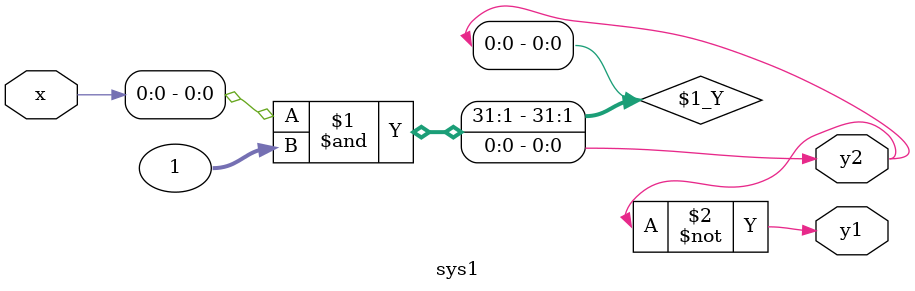
<source format=v>
`timescale 1ns / 1ps
/*
module sys1(x,y,z); 
    input [7:0] x;
    output [7:0] y,z;
    wire [7:0] yd,zd;
    assign yd=x/10;
    assign y=yd*10;
    assign zd=x*10;
    assign z=zd/10;
endmodule
*/





/*
// overflow_operations
module sys1(in1,in2,out1,out2,out3);
    input [15:0] in1,in2;
    output [15:0] out1,out2,out3;
    assign out1=in1+in2;
    assign out2=in1-in2;
    assign out3=in2-in1;
endmodule
*/


/*
module sys1(num1,num2,out); // concatenation
    input [7:0] num1;
    input [7:0] num2;
    output [5:0] out;
    wire [3:0] t1;
    wire [3:0] t2;
    wire [7:0] t3;
    wire [1:0] t4;
    wire [1:0] t5;
    parameter case1 = 2'b10;
    
    assign t1=num1[7:4];
    assign t2=num2[3:0];
    assign t3={t1,t2};
    assign t4=t3[5:4];
    assign t5=t4 & case1;
    assign out={3{t5}};
    
endmodule
*/








// Odd_Even_Number
module sys1(x,y1,y2);
    input [3:0] x;
    output y1,y2;
    assign y2=x[0]&1;
    assign y1=~y2;
endmodule

</source>
